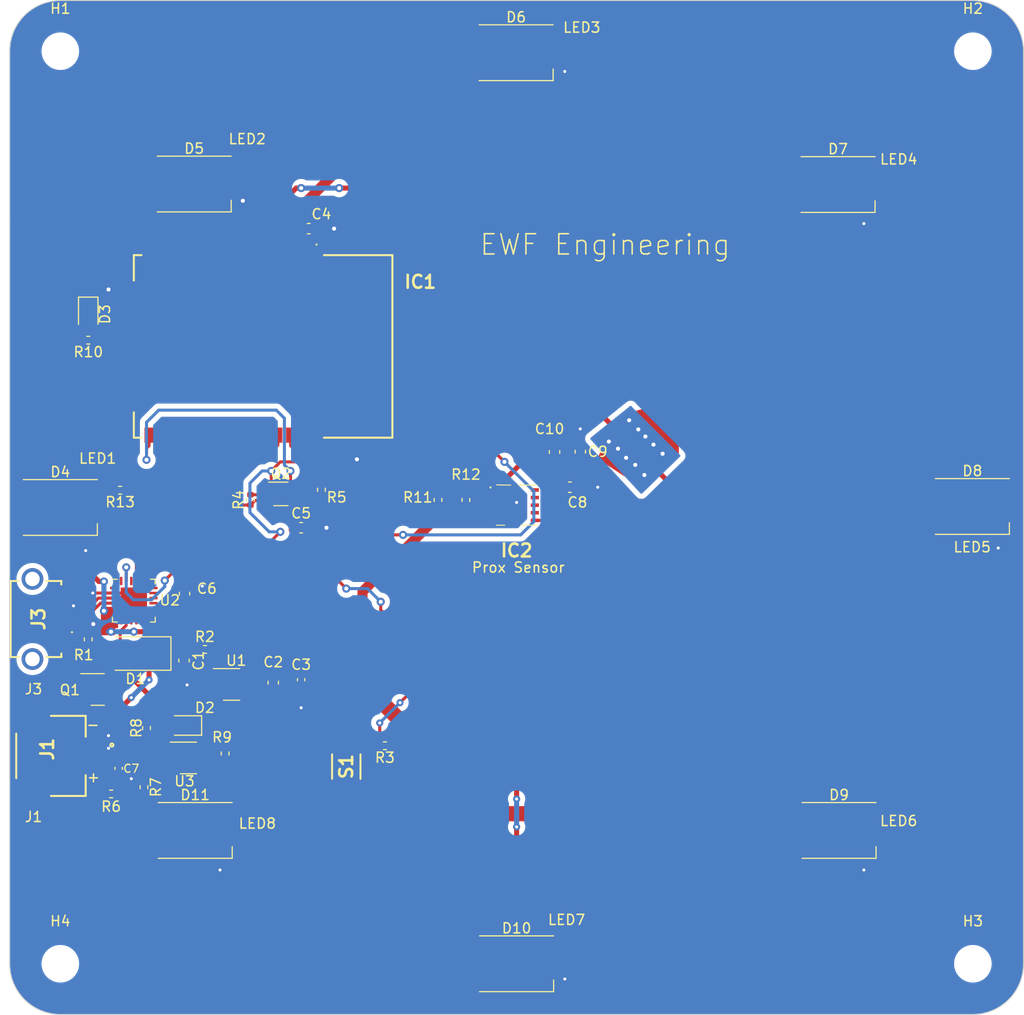
<source format=kicad_pcb>
(kicad_pcb (version 20221018) (generator pcbnew)
  (layers (0 "F.Cu" signal) (31 "B.Cu" power) (34 "B.Paste" user) (35 "F.Paste" user) (36 "B.SilkS" user "B.Silkscreen") (37 "F.SilkS" user "F.Silkscreen") (38 "B.Mask" user) (39 "F.Mask" user) (44 "Edge.Cuts" user))
  (net 0 "")
  (net 1 "Net-(D1-K)")
  (net 2 "VBUS")
  (net 3 "/VBATT")
  (net 4 "GND")
  (net 5 "Net-(U1-EN)")
  (net 7 "+3.3V")
  (net 24 "/RESET")
  (net 25 "/A4_IO36")
  (net 26 "/A3_I39")
  (net 27 "/GPIO34")
  (net 28 "/GPIO35")
  (net 29 "/GPIO32")
  (net 30 "/GPIO33")
  (net 31 "/GPIO25")
  (net 32 "/GPIO26")
  (net 33 "/GPIO27")
  (net 34 "/GPIO14")
  (net 35 "/GPIO12")
  (net 36 "/GPIO13")
  (net 37 "/GPIO15")
  (net 38 "/GPIO2")
  (net 39 "/GPIO0")
  (net 40 "/GPIO4")
  (net 41 "/GPIO16")
  (net 42 "/GPIO17")
  (net 43 "/GPIO5")
  (net 44 "/GPIO18")
  (net 45 "/GPIO19")
  (net 46 "/RXD0")
  (net 47 "/TXD0")
  (net 48 "/DTR")
  (net 49 "Net-(Q2A-B1)")
  (net 50 "/RTS")
  (net 51 "Net-(Q2B-B2)")
  (net 65 "Net-(D4-DOUT)")
  (net 66 "Net-(D4-DIN)")
  (net 67 "Net-(D5-DOUT)")
  (net 68 "Net-(D6-DOUT)")
  (net 69 "Net-(D7-DOUT)")
  (net 70 "Net-(D8-DOUT)")
  (net 71 "Net-(D10-DIN)")
  (net 72 "Net-(D10-DOUT)")
  (net 74 "/SCL")
  (net 75 "/SDA")
  (net 76 "Net-(D2-A)")
  (net 77 "Net-(U3-STAT)")
  (net 78 "Net-(U3-PROG)")
  (net 79 "Net-(D3-A)")
  (net 89 "Net-(J3-D-)")
  (net 90 "Net-(J3-D+)")
  (net 98 "/GPIO21")
  (footprint "Package_TO_SOT_SMD:SOT-23-5" (layer "F.Cu") (at 46.8875 92.45)
    (fp_text reference "U1")
    (fp_text value "AP2112-3.3" hide)
  )
  (footprint "Diode_SMD:D_0805_2012Metric" (layer "F.Cu") (at 42.25 96.5 180)
    (fp_text reference "D2")
    (fp_text value "ORNG")
  )
  (footprint "Package_TO_SOT_SMD:SOT-363_SC-70-6" (layer "F.Cu") (at 51.75 73.66)
    (fp_text reference "Q2")
    (fp_text value "MBT2222ADW1T1" hide)
  )
  (footprint "LED_SMD:LED_WS2812B_PLCC4_5.0x5.0mm_P3.2mm" (layer "F.Cu") (at 75 120)
    (fp_text reference "D10")
    (fp_text value "WS2812B" hide)
  )
  (footprint "Resistor_SMD:R_0402_1005Metric" (layer "F.Cu") (at 32.75 88 90)
    (fp_text reference "R1")
    (fp_text value "100K" hide)
  )
  (footprint "JST_2Pin_1769:1769" (layer "F.Cu") (at 32.5 99.5 -90)
    (fp_text reference "J1")
    (fp_text value "JST_2P_1769" hide)
  )
  (footprint "VCNL4010-GS08:VCNL4010GS08" (layer "F.Cu") (at 75.022 74.772 -90)
    (fp_text reference "IC2")
    (fp_text value "VCNL4010-GS08" hide)
  )
  (footprint "Resistor_SMD:R_0402_1005Metric" (layer "F.Cu") (at 38.5 96.75 -90)
    (fp_text reference "R8")
    (fp_text value "1K" hide)
  )
  (footprint "KMR231NGLFS:KMR231NGLFS" (layer "F.Cu") (at 58.2 100.55 -90)
    (fp_text reference "S1")
    (fp_text value "KMR231NGLFS" hide)
  )
  (footprint "Resistor_SMD:R_0402_1005Metric" (layer "F.Cu") (at 62.01 98.5 180)
    (fp_text reference "R3")
    (fp_text value "10K" hide)
  )
  (footprint "Capacitor_SMD:C_0603_1608Metric" (layer "F.Cu") (at 78.74 69.525 -90)
    (fp_text reference "C10")
    (fp_text value "0.1uF" hide)
  )
  (footprint "MountingHole:MountingHole_3.2mm_M3" (layer "F.Cu") (at 30 120)
    (fp_text reference "H4")
    (fp_text value "MountingHole" hide)
  )
  (footprint "LED_SMD:LED_WS2812B_PLCC4_5.0x5.0mm_P3.2mm" (layer "F.Cu") (at 43.3 106.85)
    (fp_text reference "D11")
    (fp_text value "WS2812B" hide)
  )
  (footprint "LED_SMD:LED_WS2812B_PLCC4_5.0x5.0mm_P3.2mm" (layer "F.Cu") (at 74.95 30.15)
    (fp_text reference "D6")
    (fp_text value "WS2812B" hide)
  )
  (footprint "Resistor_SMD:R_0402_1005Metric" (layer "F.Cu") (at 38.25 102.59 -90)
    (fp_text reference "R7")
    (fp_text value "100K" hide)
  )
  (footprint "MountingHole:MountingHole_3.2mm_M3" (layer "F.Cu") (at 120 30)
    (fp_text reference "H2")
    (fp_text value "MountingHole" hide)
  )
  (footprint "Capacitor_SMD:C_0603_1608Metric" (layer "F.Cu") (at 80.25 73)
    (fp_text reference "C8")
    (fp_text value "10uF" hide)
  )
  (footprint "Capacitor_SMD:C_0603_1608Metric" (layer "F.Cu") (at 51 92.275 -90)
    (fp_text reference "C2")
    (fp_text value "10uF" hide)
  )
  (footprint "Capacitor_SMD:C_0402_1005Metric" (layer "F.Cu") (at 35.75 100.73 -90)
    (fp_text reference "C7")
    (fp_text value "10uF" hide)
  )
  (footprint "Package_TO_SOT_SMD:SOT-23-5" (layer "F.Cu") (at 42.6375 99.7)
    (fp_text reference "U3")
    (fp_text value "MCP73831-2-OT" hide)
  )
  (footprint "Resistor_SMD:R_0402_1005Metric" (layer "F.Cu") (at 48.75 74.25 90)
    (fp_text reference "R4")
    (fp_text value "10K" hide)
  )
  (footprint "Resistor_SMD:R_0402_1005Metric" (layer "F.Cu") (at 35.9 73.3 180)
    (fp_text reference "R13")
    (fp_text value "470K" hide)
  )
  (footprint "Resistor_SMD:R_0402_1005Metric" (layer "F.Cu") (at 67.25 74.25 90)
    (fp_text reference "R11")
    (fp_text value "10K" hide)
  )
  (footprint "Diode_SMD:D_0805_2012Metric" (layer "F.Cu") (at 32.75 55.9375 -90)
    (fp_text reference "D3")
    (fp_text value "RED")
  )
  (footprint "MountingHole:MountingHole_3.2mm_M3" (layer "F.Cu") (at 120 120)
    (fp_text reference "H3")
    (fp_text value "MountingHole" hide)
  )
  (footprint "Diode_SMD:D_SMA" (layer "F.Cu") (at 37.4 89.4 180)
    (fp_text reference "D1")
    (fp_text value "MRA4003T3G")
  )
  (footprint "Resistor_SMD:R_0402_1005Metric" (layer "F.Cu") (at 46.25 99.26 -90)
    (fp_text reference "R9")
    (fp_text value "4.7K" hide)
  )
  (footprint "USB_B_105164:1051640001" (layer "F.Cu") (at 27.6 86 90)
    (fp_text reference "J3")
    (fp_text value "micro_usb_female_105164-0001" hide)
  )
  (footprint "LED_SMD:LED_WS2812B_PLCC4_5.0x5.0mm_P3.2mm" (layer "F.Cu") (at 43.2 43.1)
    (fp_text reference "D5")
    (fp_text value "WS2812B" hide)
  )
  (footprint "Capacitor_SMD:C_0603_1608Metric" (layer "F.Cu") (at 42.25 83.5 90)
    (fp_text reference "C6")
    (fp_text value "10uF" hide)
  )
  (footprint "ESP32_WROOM_32E_N4:ESP32WROOM32EN4" (layer "F.Cu") (at 50 59.115 -90)
    (fp_text reference "IC1")
    (fp_text value "ESP32-WROOM-32E-N4" hide)
  )
  (footprint "Capacitor_SMD:C_0402_1005Metric" (layer "F.Cu") (at 53.75 91.98 -90)
    (fp_text reference "C3")
    (fp_text value "1uF" hide)
  )
  (footprint "Capacitor_SMD:C_0603_1608Metric" (layer "F.Cu") (at 81.28 69.5 -90)
    (fp_text reference "C9")
    (fp_text value "10uF" hide)
  )
  (footprint "Capacitor_SMD:C_0603_1608Metric" (layer "F.Cu") (at 42.2 90.1 -90)
    (fp_text reference "C1")
    (fp_text value "10uF" hide)
  )
  (footprint "Package_TO_SOT_SMD:SOT-23" (layer "F.Cu") (at 33.6875 92.95)
    (fp_text reference "Q1")
    (fp_text value "DMG3415U" hide)
  )
  (footprint "Resistor_SMD:R_0402_1005Metric" (layer "F.Cu") (at 44.26 89)
    (fp_text reference "R2")
    (fp_text value "100k" hide)
  )
  (footprint "Resistor_SMD:R_0402_1005Metric" (layer "F.Cu") (at 55.75 73.25 -90)
    (fp_text reference "R5")
    (fp_text value "10K" hide)
  )
  (footprint "Resistor_SMD:R_0402_1005Metric" (layer "F.Cu") (at 70 74.25 90)
    (fp_text reference "R12")
    (fp_text value "10K" hide)
  )
  (footprint "Package_DFN_QFN:QFN-24-1EP_4x4mm_P0.5mm_EP2.6x2.6mm" (layer "F.Cu") (at 37.25 84.1875)
    (fp_text reference "U2")
    (fp_text value "CP2104" hide)
  )
  (footprint "LED_SMD:LED_WS2812B_PLCC4_5.0x5.0mm_P3.2mm" (layer "F.Cu") (at 106.8 106.85)
    (fp_text reference "D9")
    (fp_text value "WS2812B" hide)
  )
  (footprint "Resistor_SMD:R_0402_1005Metric" (layer "F.Cu") (at 35.01 103.25 180)
    (fp_text reference "R6")
    (fp_text value "100K" hide)
  )
  (footprint "MountingHole:MountingHole_3.2mm_M3" (layer "F.Cu") (at 30 30)
    (fp_text reference "H1")
    (fp_text value "MountingHole" hide)
  )
  (footprint "LED_SMD:LED_WS2812B_PLCC4_5.0x5.0mm_P3.2mm" (layer "F.Cu") (at 30 75)
    (fp_text reference "D4")
    (fp_text value "WS2812B" hide)
  )
  (footprint "LED_SMD:LED_WS2812B_PLCC4_5.0x5.0mm_P3.2mm" (layer "F.Cu") (at 106.7 43.15)
    (fp_text reference "D7")
    (fp_text value "WS2812B" hide)
  )
  (footprint "Resistor_SMD:R_0402_1005Metric" (layer "F.Cu") (at 32.76 58.5 180)
    (fp_text reference "R10")
    (fp_text value "1K" hide)
  )
  (footprint "Capacitor_SMD:C_0603_1608Metric" (layer "F.Cu") (at 53.75 77)
    (fp_text reference "C5")
    (fp_text value "1uF" hide)
  )
  (footprint "Capacitor_SMD:C_0603_1608Metric" (layer "F.Cu") (at 54.5 47.5)
    (fp_text reference "C4")
    (fp_text value "10uF" hide)
  )
  (footprint "LED_SMD:LED_WS2812B_PLCC4_5.0x5.0mm_P3.2mm" (layer "F.Cu") (at 119.95 74.9)
    (fp_text reference "D8")
    (fp_text value "WS2812B" hide)
  )
  (gr_rect (start 34.1 86.5) (end 35.3 87.5) (stroke (width 0.2)) (fill solid) (layer "F.Cu"))
  (gr_rect (start 31.3 88.4) (end 36.5 91.8) (stroke (width 0.2)) (fill solid) (layer "F.Cu"))
  (gr_rect (start 34.1 84.9) (end 35.6 86.8) (stroke (width 0.2)) (fill solid) (layer "F.Cu"))
  (gr_rect (start 35.4 85.8) (end 36 86.4) (stroke (width 0.2)) (fill solid) (layer "F.Cu"))
  (gr_line (start 125 120) (end 125 103) (stroke (width 0.1)) (layer "Edge.Cuts"))
  (gr_line (start 30 125) (end 52 125) (stroke (width 0.1)) (layer "Edge.Cuts"))
  (gr_arc (start 30 125) (mid 26.464466 123.535534) (end 25 120) (stroke (width 0.1)) (layer "Edge.Cuts"))
  (gr_line (start 25 115) (end 25 47) (stroke (width 0.1)) (layer "Edge.Cuts"))
  (gr_arc (start 125 120) (mid 123.535534 123.535534) (end 120 125) (stroke (width 0.1)) (layer "Edge.Cuts"))
  (gr_line (start 25 120) (end 25 115) (stroke (width 0.1)) (layer "Edge.Cuts"))
  (gr_line (start 120 25) (end 64 25) (stroke (width 0.1)) (layer "Edge.Cuts"))
  (gr_line (start 30 25) (end 64 25) (stroke (width 0.1)) (layer "Edge.Cuts"))
  (gr_arc (start 120 25) (mid 123.535534 26.464466) (end 125 30) (stroke (width 0.1)) (layer "Edge.Cuts"))
  (gr_line (start 120 125) (end 84 125) (stroke (width 0.1)) (layer "Edge.Cuts"))
  (gr_arc (start 25 30) (mid 26.464466 26.464466) (end 30 25) (stroke (width 0.1)) (layer "Edge.Cuts"))
  (gr_line (start 125 46) (end 125 103) (stroke (width 0.1)) (layer "Edge.Cuts"))
  (gr_line (start 125 30) (end 125 46) (stroke (width 0.1)) (layer "Edge.Cuts"))
  (gr_line (start 25 30) (end 25 47) (stroke (width 0.1)) (layer "Edge.Cuts"))
  (gr_line (start 84 125) (end 52 125) (stroke (width 0.1)) (layer "Edge.Cuts"))
  (gr_text "LED1" (at 31.75 70.75) (layer "F.SilkS") (effects (font (size 1 1)) (justify left bottom)))
  (gr_text "LED4" (at 110.75 41.25) (layer "F.SilkS") (effects (font (size 1 1)) (justify left bottom)))
  (gr_text "+" (at 32.55 102.175) (layer "F.SilkS") (effects (font (size 1 1)) (justify left bottom)))
  (gr_text "LED2" (at 46.5 39.25) (layer "F.SilkS") (effects (font (size 1 1)) (justify left bottom)))
  (gr_text "LED7" (at 78 116.25) (layer "F.SilkS") (effects (font (size 1 1)) (justify left bottom)))
  (gr_text "LED6" (at 110.75 106.5) (layer "F.SilkS") (effects (font (size 1 1)) (justify left bottom)))
  (gr_text "EWF Engineering" (at 71.25 50.25) (layer "F.SilkS") (effects (font (size 2 2)) (justify left bottom)))
  (gr_text "J3" (at 26.4 93.5) (layer "F.SilkS") (effects (font (size 1 1)) (justify left bottom)))
  (gr_text "LED8" (at 47.5 106.75) (layer "F.SilkS") (effects (font (size 1 1)) (justify left bottom)))
  (gr_text "LED5" (at 118 79.5) (layer "F.SilkS") (effects (font (size 1 1)) (justify left bottom)))
  (gr_text "J1" (at 26.4 106.1) (layer "F.SilkS") (effects (font (size 1 1)) (justify left bottom)))
  (gr_text "Prox Sensor" (at 70.5 81.5) (layer "F.SilkS") (effects (font (size 1 1)) (justify left bottom)))
  (gr_text "-\n" (at 32.5 97) (layer "F.SilkS") (effects (font (size 1 1)) (justify left bottom)))
  (gr_text "LED3" (at 79.5 28.25) (layer "F.SilkS") (effects (font (size 1 1)) (justify left bottom)))
  (segment (start 44.75 91.5) (end 43.75 90.5) (width 0.5) (layer "F.Cu") (net 1))
  (segment (start 38.75 92) (end 38.75 89.3) (width 0.5) (layer "F.Cu") (net 1))
  (segment (start 41.5 89) (end 41.25 89.25) (width 0.5) (layer "F.Cu") (net 1))
  (segment (start 45.75 91.5) (end 44.75 91.5) (width 0.5) (layer "F.Cu") (net 1))
  (segment (start 43.75 90.5) (end 43.75 89) (width 0.5) (layer "F.Cu") (net 1))
  (segment (start 38.7 89.25) (end 41.25 89.25) (width 0.5) (layer "F.Cu") (net 1))
  (segment (start 43.75 89) (end 41.5 89) (width 0.5) (layer "F.Cu") (net 1))
  (segment (start 34.35 95) (end 35.75 95) (width 0.5) (layer "F.Cu") (net 1))
  (segment (start 33.25 93.9) (end 34.35 95) (width 0.5) (layer "F.Cu") (net 1))
  (segment (start 38.75 89.3) (end 38.7 89.25) (width 0.5) (layer "F.Cu") (net 1))
  (segment (start 35.75 95) (end 37 93.75) (width 0.5) (layer "F.Cu") (net 1))
  (via (at 38.75 92) (size 0.7) (drill 0.3) (layers "F.Cu" "B.Cu") (net 1))
  (via (at 37 93.75) (size 0.7) (drill 0.3) (layers "F.Cu" "B.Cu") (net 1))
  (segment (start 37 93.75) (end 38.75 92) (width 0.5) (layer "B.Cu") (net 1))
  (segment (start 40.4375 93.75) (end 39 93.75) (width 0.5) (layer "F.Cu") (net 2))
  (segment (start 36.5 86.125) (end 36.5 86.622596) (width 0.25) (layer "F.Cu") (net 2))
  (segment (start 48.5 101.25) (end 48.5 98) (width 0.5) (layer "F.Cu") (net 2))
  (segment (start 29.91 87.3) (end 30.9 87.3) (width 0.3) (layer "F.Cu") (net 2))
  (segment (start 31.5 87.9) (end 31.5 88.5) (width 0.3) (layer "F.Cu") (net 2))
  (segment (start 35.9 87.222596) (end 35.9 89.25) (width 0.3) (layer "F.Cu") (net 2))
  (segment (start 30.9 87.3) (end 31.5 87.9) (width 0.3) (layer "F.Cu") (net 2))
  (segment (start 47 96.5) (end 43.1875 96.5) (width 0.5) (layer "F.Cu") (net 2))
  (segment (start 36.18125 90.93125) (end 39 93.75) (width 0.5) (layer "F.Cu") (net 2))
  (segment (start 48.5 98) (end 47 96.5) (width 0.5) (layer "F.Cu") (net 2))
  (segment (start 45.125 102) (end 47.75 102) (width 0.5) (layer "F.Cu") (net 2))
  (segment (start 43.775 100.65) (end 45.125 102) (width 0.5) (layer "F.Cu") (net 2))
  (segment (start 47.75 102) (end 48.5 101.25) (width 0.5) (layer "F.Cu") (net 2))
  (segment (start 43.1875 96.5) (end 40.4375 93.75) (width 0.5) (layer "F.Cu") (net 2))
  (segment (start 36.5 86.622596) (end 35.9 87.222596) (width 0.3) (layer "F.Cu") (net 2))
  (segment (start 35.75 100.25) (end 31.75 100.25) (width 0.5) (layer "F.Cu") (net 3))
  (segment (start 36.631371 100.25) (end 35.75 100.25) (width 0.5) (layer "F.Cu") (net 3))
  (segment (start 29.25 100.25) (end 31.75 100.25) (width 0.3) (layer "F.Cu") (net 3))
  (segment (start 41.5 100.65) (end 37.031371 100.65) (width 0.5) (layer "F.Cu") (net 3))
  (segment (start 32.063738 93) (end 29.25 95.813738) (width 0.3) (layer "F.Cu") (net 3))
  (segment (start 37.031371 100.65) (end 36.631371 100.25) (width 0.5) (layer "F.Cu") (net 3))
  (segment (start 29.25 95.813738) (end 29.25 100.25) (width 0.3) (layer "F.Cu") (net 3))
  (segment (start 34.4375 93) (end 32.063738 93) (width 0.3) (layer "F.Cu") (net 3))
  (segment (start 41.57 99.77) (end 41.5 99.7) (width 0.3) (layer "F.Cu") (net 4))
  (segment (start 32.75 87) (end 33.25 86.5) (width 0.3) (layer "F.Cu") (net 4))
  (segment (start 36.5 83.4375) (end 37.25 84.1875) (width 0.3) (layer "F.Cu") (net 4))
  (segment (start 81.025 73) (end 83 73) (width 0.5) (layer "F.Cu") (net 4))
  (segment (start 42.2 90.875) (end 42.2 92.2) (width 0.5) (layer "F.Cu") (net 4))
  (segment (start 56.865 67.865) (end 59.25 70.25) (width 0.3) (layer "F.Cu") (net 4))
  (segment (start 55.26 47.515) (end 55.275 47.5) (width 0.3) (layer "F.Cu") (net 4))
  (segment (start 46.25 99.77) (end 41.57 99.77) (width 0.3) (layer "F.Cu") (net 4))
  (segment (start 32.75 55) (end 33.8 55) (width 0.3) (layer "F.Cu") (net 4))
  (segment (start 32.75 87.48) (end 32.75 87) (width 0.3) (layer "F.Cu") (net 4))
  (segment (start 78.74 68.75) (end 81.255 68.75) (width 0.25) (layer "F.Cu") (net 4))
  (segment (start 34.75 54.05) (end 34.75 53.5) (width 0.3) (layer "F.Cu") (net 4))
  (segment (start 45.65 44.75) (end 48 44.75) (width 0.3) (layer "F.Cu") (net 4))
  (segment (start 33.2 83.4375) (end 33.198568 83.436068) (width 0.3) (layer "F.Cu") (net 4))
  (segment (start 37.5 53.4) (end 34.85 53.4) (width 0.3) (layer "F.Cu") (net 4))
  (segment (start 32.5625 83.4375) (end 33.2 83.4375) (width 0.3) (layer "F.Cu") (net 4))
  (segment (start 75.022 74.522) (end 75 74.5) (width 0.3) (layer "F.Cu") (net 4))
  (segment (start 52.25 94.75) (end 53.75 94.75) (width 0.5) (layer "F.Cu") (net 4))
  (segment (start 77.4 31.8) (end 79.55 31.8) (width 0.5) (layer "F.Cu") (net 4))
  (segment (start 109.25 108.5) (end 109.25 110.75) (width 0.5) (layer "F.Cu") (net 4))
  (segment (start 33.2 83.4375) (end 35.3125 83.4375) (width 0.3) (layer "F.Cu") (net 4))
  (segment (start 37.92 101.75) (end 38.25 102.08) (width 0.5) (layer "F.Cu") (net 4))
  (segment (start 81.255 68.75) (end 81.28 68.725) (width 0.25) (layer "F.Cu") (net 4))
  (segment (start 36.29 101.75) (end 35.75 101.21) (width 0.5) (layer "F.Cu") (net 4))
  (segment (start 109.15 46.9) (end 109.25 47) (width 0.5) (layer "F.Cu") (net 4))
  (segment (start 51 93.5) (end 52.25 94.75) (width 0.5) (layer "F.Cu") (net 4))
  (segment (start 55.275 47.5) (end 57 47.5) (width 0.3) (layer "F.Cu") (net 4))
  (segment (start 53.75 92.46) (end 53.75 94.75) (width 0.5) (layer "F.Cu") (net 4))
  (segment (start 55.25 94.75) (end 53.75 94.75) (width 0.5) (layer "F.Cu") (net 4))
  (segment (start 81.28 68.725) (end 81.28 67.25) (width 0.25) (layer "F.Cu") (net 4))
  (segment (start 75.022 76.544) (end 75.022 74.522) (width 0.3) (layer "F.Cu") (net 4))
  (segment (start 32.45 76.65) (end 32.45 79.2) (width 0.5) (layer "F.Cu") (net 4))
  (segment (start 31.3 84.7) (end 29.91 84.7) (width 0.3) (layer "F.Cu") (net 4))
  (segment (start 37 101.75) (end 36.29 101.75) (width 0.5) (layer "F.Cu") (net 4))
  (segment (start 109.15 44.8) (end 109.15 46.9) (width 0.5) (layer "F.Cu") (net 4))
  (segment (start 39.45 99.2) (end 39.95 99.7) (width 0.5) (layer "F.Cu") (net 4))
  (segment (start 42.25 82.725) (end 43.975 82.725) (width 0.3) (layer "F.Cu") (net 4))
  (segment (start 77.45 121.65) (end 79.6 121.65) (width 0.5) (layer "F.Cu") (net 4))
  (segment (start 122.4 78.9) (end 122.5 79) (width 0.5) (layer "F.Cu") (net 4))
  (segment (start 57.4 96.9) (end 57.4 98.5) (width 0.5) (layer "F.Cu") (net 4))
  (segment (start 51 93.05) (end 51 93.5) (width 0.5) (layer "F.Cu") (net 4))
  (segment (start 33.8 55) (end 34.75 54.05) (width 0.3) (layer "F.Cu") (net 4))
  (segment (start 36.45 99.2) (end 39.45 99.2) (width 0.5) (layer "F.Cu") (net 4))
  (segment (start 122.4 76.55) (end 122.4 78.9) (width 0.5) (layer "F.Cu") (net 4))
  (segment (start 74.847 74.347) (end 75 74.5) (width 0.3) (layer "F.Cu") (net 4))
  (segment (start 42.55 92.45) (end 42.5 92.5) (width 0.5) (layer "F.Cu") (net 4))
  (segment (start 79.6 121.65) (end 79.75 121.5) (width 0.5) (layer "F.Cu") (net 4))
  (segment (start 34.85 53.4) (end 34.75 53.5) (width 0.3) (layer "F.Cu") (net 4))
  (segment (start 55.26 67.865) (end 56.865 67.865) (width 0.3) (layer "F.Cu") (net 4))
  (segment (start 55.26 50.365) (end 55.26 47.515) (width 0.3) (layer "F.Cu") (net 4))
  (segment (start 79.55 31.8) (end 79.75 32) (width 0.5) (layer "F.Cu") (net 4))
  (segment (start 43.975 82.725) (end 44 82.75) (width 0.3) (layer "F.Cu") (net 4))
  (segment (start 45.75 108.5) (end 45.75 110.75) (width 0.5) (layer "F.Cu") (net 4))
  (segment (start 34.75 97.5) (end 36.45 99.2) (width 0.5) (layer "F.Cu") (net 4))
  (segment (start 31.3 84.7) (end 32.5625 83.4375) (width 0.3) (layer "F.Cu") (net 4))
  (segment (start 35.3125 83.4375) (end 36.5 83.4375) (width 0.3) (layer "F.Cu") (net 4))
  (segment (start 32.45 79.2) (end 32.5 79.25) (width 0.5) (layer "F.Cu") (net 4))
  (segment (start 74.847 73) (end 74.847 74.347) (width 0.3) (layer "F.Cu") (net 4))
  (segment (start 39.95 99.7) (end 41.5 99.7) (width 0.5) (layer "F.Cu") (net 4))
  (segment (start 54.525 77) (end 56.25 77) (width 0.3) (layer "F.Cu") (net 4))
  (segment (start 45.75 92.45) (end 42.55 92.45) (width 0.5) (layer "F.Cu") (net 4))
  (segment (start 42.2 92.2) (end 42.5 92.5) (width 0.5) (layer "F.Cu") (net 4))
  (segment (start 37 101.75) (end 37.92 101.75) (width 0.5) (layer "F.Cu") (net 4))
  (segment (start 55.25 94.75) (end 57.4 96.9) (width 0.5) (layer "F.Cu") (net 4))
  (via (at 83 73) (size 0.7) (drill 0.3) (layers "F.Cu" "B.Cu") (net 4))
  (via (at 44 82.75) (size 0.7) (drill 0.3) (layers "F.Cu" "B.Cu") (net 4))
  (via (at 79.75 121.5) (size 0.7) (drill 0.3) (layers "F.Cu" "B.Cu") (net 4))
  (via (at 37 101.75) (size 0.7) (drill 0.3) (layers "F.Cu" "B.Cu") (net 4))
  (via (at 57 47.5) (size 0.8) (drill 0.4) (layers "F.Cu" "B.Cu") (net 4))
  (via (at 59.25 70.25) (size 0.8) (drill 0.4) (layers "F.Cu" "B.Cu") (net 4))
  (via (at 31.3 84.7) (size 0.7) (drill 0.3) (layers "F.Cu" "B.Cu") (net 4))
  (via (at 33.198568 83.436068) (size 0.7) (drill 0.3) (layers "F.Cu" "B.Cu") (net 4))
  (via (at 34.75 97.5) (size 0.7) (drill 0.3) (layers "F.Cu" "B.Cu") (net 4))
  (via (at 79.75 32) (size 0.7) (drill 0.3) (layers "F.Cu" "B.Cu") (net 4))
  (via (at 48 44.75) (size 0.8) (drill 0.4) (layers "F.Cu" "B.Cu") (net 4))
  (via (at 109.25 110.75) (size 0.7) (drill 0.3) (layers "F.Cu" "B.Cu") (net 4))
  (via (at 34.75 53.5) (size 0.8) (drill 0.4) (layers "F.Cu" "B.Cu") (net 4))
  (via (at 122.5 79) (size 0.7) (drill 0.3) (layers "F.Cu" "B.Cu") (net 4))
  (via (at 53.75 94.75) (size 0.7) (drill 0.3) (layers "F.Cu" "B.Cu") (net 4))
  (via (at 45.75 110.75) (size 0.7) (drill 0.3) (layers "F.Cu" "B.Cu") (net 4))
  (via (at 109.25 47) (size 0.7) (drill 0.3) (layers "F.Cu" "B.Cu") (net 4))
  (via (at 33.25 86.5) (size 0.8) (drill 0.4) (layers "F.Cu" "B.Cu") (net 4))
  (via (at 32.5 79.25) (size 0.7) (drill 0.3) (layers "F.Cu" "B.Cu") (net 4))
  (via (at 42.5 92.5) (size 0.7) (drill 0.3) (layers "F.Cu" "B.Cu") (net 4))
  (via (at 81.28 67.25) (size 0.7) (drill 0.3) (layers "F.Cu" "B.Cu") (net 4))
  (via (at 34.75 98.75) (size 0.7) (drill 0.3) (layers "F.Cu" "B.Cu") (net 4))
  (via (at 75 74.5) (size 0.7) (drill 0.3) (layers "F.Cu" "B.Cu") (net 4))
  (via (at 56.25 77) (size 0.8) (drill 0.4) (layers "F.Cu" "B.Cu") (net 4))
  (segment (start 45.75 93.4) (end 46.412499 93.4) (width 0.3) (layer "F.Cu") (net 5))
  (segment (start 46.25 89) (end 44.77 89) (width 0.5) (layer "F.Cu") (net 5))
  (segment (start 46.9125 92.899999) (end 46.9125 89.6625) (width 0.5) (layer "F.Cu") (net 5))
  (segment (start 46.9125 89.6625) (end 46.25 89) (width 0.5) (layer "F.Cu") (net 5))
  (segment (start 46.412499 93.4) (end 46.9125 92.899999) (width 0.5) (layer "F.Cu") (net 5))
  (segment (start 37.25 87.25) (end 40.85 87.25) (width 0.5) (layer "F.Cu") (net 7))
  (segment (start 27.55 73.35) (end 27.55 54.65) (width 1) (layer "F.Cu") (net 7))
  (segment (start 69.25 32.75) (end 69.25 30) (width 1.5) (layer "F.Cu") (net 7))
  (segment (start 78.5 70.5) (end 75.6 70.5) (width 0.5) (layer "F.Cu") (net 7))
  (segment (start 58.297918 41.5) (end 57.6 41.5) (width 1.5) (layer "F.Cu") (net 7))
  (segment (start 72.55 113.25) (end 72.55 118.35) (width 1) (layer "F.Cu") (net 7))
  (segment (start 53.25 103.25) (end 63.25 113.25) (width 1) (layer "F.Cu") (net 7))
  (segment (start 33.8 82.3) (end 34.3 82.3) (width 0.5) (layer "F.Cu") (net 7))
  (segment (start 72.55 105.05) (end 72.55 113.25) (width 1.5) (layer "F.Cu") (net 7))
  (segment (start 63.25 113.25) (end 72.55 113.25) (width 1) (layer "F.Cu") (net 7))
  (segment (start 54 50.355) (end 54 48.6) (width 0.5) (layer "F.Cu") (net 7))
  (segment (start 63.797918 36) (end 58.297918 41.5) (width 1.5) (layer "F.Cu") (net 7))
  (segment (start 54 48.6) (end 53.725 48.325) (width 0.5) (layer "F.Cu") (net 7))
  (segment (start 85.625 70.275) (end 81.28 70.275) (width 0.5) (layer "F.Cu") (net 7))
  (segment (start 35.3125 85.1125) (end 35.3125 85.4375) (width 0.3) (layer "F.Cu") (net 7))
  (segment (start 42.25 84.275) (end 42.25 87.5) (width 0.5) (layer "F.Cu") (net 7))
  (segment (start 48.025 91.5) (end 51 91.5) (width 0.5) (layer "F.Cu") (net 7))
  (segment (start 57.6 41.5) (end 53.725 45.375) (width 1) (layer "F.Cu") (net 7))
  (segment (start 66.3 76.8) (end 59.8 83.3) (width 1) (layer "F.Cu") (net 7))
  (segment (start 95.95 59.45) (end 104 67.5) (width 1.5) (layer "F.Cu") (net 7))
  (segment (start 104 67.5) (end 104 102.4) (width 1.5) (layer "F.Cu") (net 7))
  (segment (start 62.52 98.5) (end 66 98.5) (width 0.3) (layer "F.Cu") (net 7))
  (segment (start 104.25 41.5) (end 78 41.5) (width 1) (layer "F.Cu") (net 7))
  (segment (start 79.25 74.75) (end 79.25 71.25) (width 0.5) (layer "F.Cu") (net 7))
  (segment (start 104.35 102.75) (end 104.35 105.2) (width 1) (layer "F.Cu") (net 7))
  (segment (start 72.5 36) (end 69.25 32.75) (width 1.5) (layer "F.Cu") (net 7))
  (segment (start 66.3 74) (end 66.3 76.8) (width 0.5) (layer "F.Cu") (net 7))
  (segment (start 56.5 89) (end 66 98.5) (width 1.5) (layer "F.Cu") (net 7))
  (segment (start 72.5 36) (end 63.797918 36) (width 1.5) (layer "F.Cu") (net 7))
  (segment (start 104 102.4) (end 104.35 102.75) (width 1.5) (layer "F.Cu") (net 7))
  (segment (start 35.3125 86.6875) (end 34.75 87.25) (width 0.5) (layer "F.Cu") (net 7))
  (segment (start 78.765 70.275) (end 78.74 70.3) (width 0.25) (layer "F.Cu") (net 7))
  (segment (start 35.9 86.025) (end 35.9 86.1) (width 0.3) (layer "F.Cu") (net 7))
  (segment (start 42.25 87.5) (end 51.25 87.5) (width 0.5) (layer "F.Cu") (net 7))
  (segment (start 35.5 85.9375) (end 35.7875 85.9375) (width 0.5) (layer "F.Cu") (net 7))
  (segment (start 35.3125 85.4375) (end 35.3125 85.7) (width 0.5) (layer "F.Cu") (net 7))
  (segment (start 70.468 73.272) (end 70 73.74) (width 0.3) (layer "F.Cu") (net 7))
  (segment (start 53.99 50.365) (end 54 50.355) (width 0.3) (layer "F.Cu") (net 7))
  (segment (start 67.25 73.74) (end 66.56 73.74) (width 0.5) (layer "F.Cu") (net 7))
  (segment (start 40.85 105.2) (end 42.8 103.25) (width 1) (layer "F.Cu") (net 7))
  (segment (start 73.25 73.272) (end 70.468 73.272) (width 0.3) (layer "F.Cu") (net 7))
  (segment (start 35.3125 85.7) (end 35.3125 86.1) (width 0.5) (layer "F.Cu") (net 7))
  (segment (start 66 98.5) (end 72.55 105.05) (width 1.5) (layer "F.Cu") (net 7))
  (segment (start 104 67.5) (end 117.5 67.5) (width 1.5) (layer "F.Cu") (net 7))
  (segment (start 27.55 54.65) (end 40.75 41.45) (width 1) (layer "F.Cu") (net 7))
  (segment (start 66.56 73.74) (end 66.3 74) (width 0.5) (layer "F.Cu") (net 7))
  (segment (start 59.8 84.5) (end 58.3 86) (width 1.5) (layer "F.Cu") (net 7))
  (segment (start 76.794 76.272) (end 77.728 76.272) (width 0.3) (layer "F.Cu") (net 7))
  (segment (start 53.725 45.375) (end 53.725 47.5) (width 1) (layer "F.Cu") (net 7))
  (segment (start 31 79.5) (end 33.8 82.3) (width 0.5) (layer "F.Cu") (net 7))
  (segment (start 35.3125 85.7) (end 35.5 85.8875) (width 0.5) (layer "F.Cu") (net 7))
  (segment (start 34.3 85.2) (end 35.075 85.2) (width 0.5) (layer "F.Cu") (net 7))
  (segment (start 35.3 85.1) (end 35.3125 85.1125) (width 0.3) (layer "F.Cu") (net 7))
  (segment (start 75.6 70.5) (end 73.25 72.85) (width 0.5) (layer "F.Cu") (net 7))
  (segment (start 79.25 71.25) (end 78.5 70.5) (width 0.5) (layer "F.Cu") (net 7))
  (segment (start 77.728 76.272) (end 79.25 74.75) (width 0.5) (layer "F.Cu") (net 7))
  (segment (start 56 89) (end 56.5 89) (width 0.5) (layer "F.Cu") (net 7))
  (segment (start 58.3 86) (end 55.75 86) (width 1.5) (layer "F.Cu") (net 7))
  (segment (start 41.1 87.5) (end 42.25 87.5) (width 0.5) (layer "F.Cu") (net 7))
  (segment (start 59.8 83.3) (end 59.8 84.5) (width 1) (layer "F.Cu") (net 7))
  (segment (start 73.25 72.85) (end 73.25 73.272) (width 0.5) (layer "F.Cu") (net 7))
  (segment (start 26 79.25) (end 26.25 79.5) (width 1) (layer "F.Cu") (net 7))
  (segment (start 72.7 105.2) (end 72.55 105.05) (width 0.3) (layer "F.Cu") (net 7))
  (segment (start 53.725 48.325) (end 53.725 47.5) (width 0.5) (layer "F.Cu") (net 7))
  (segment (start 35.5 85.8875) (end 35.5 85.9375) (width 0.5) (layer "F.Cu") (net 7))
  (segment (start 26 74) (end 26 79.25) (width 1) (layer "F.Cu") (net 7))
  (segment (start 40.85 87.25) (end 41.1 87.5) (width 0.5) (layer "F.Cu") (net 7))
  (segment (start 35.3125 86.1) (end 35.3125 86.6875) (width 0.5) (layer "F.Cu") (net 7))
  (segment (start 70.75 28.5) (end 72.5 28.5) (width 1) (layer "F.Cu") (net 7))
  (segment (start 35.075 85.2) (end 35.3125 85.4375) (width 0.5) (layer "F.Cu") (net 7))
  (segment (start 117.5 73.25) (end 117.5 67.5) (width 1) (layer "F.Cu") (net 7))
  (segment (start 26.25 79.5) (end 31 79.5) (width 1) (layer "F.Cu") (net 7))
  (segment (start 104 100.5) (end 99.3 105.2) (width 1.5) (layer "F.Cu") (net 7))
  (segment (start 85.8 70.1) (end 85.625 70.275) (width 0.5) (layer "F.Cu") (net 7))
  (segment (start 78 41.5) (end 72.5 36) (width 1.5) (layer "F.Cu") (net 7))
  (segment (start 69.25 30) (end 70.75 28.5) (width 1.5) (layer "F.Cu") (net 7))
  (segment (start 95.95 59.45) (end 90.05 65.35) (width 1.5) (layer "F.Cu") (net 7))
  (segment (start 99.3 105.2) (end 72.7 105.2) (width 1.5) (layer "F.Cu") (net 7))
  (segment (start 26.65 73.35) (end 26 74) (width 0.5) (layer "F.Cu") (net 7))
  (segment (start 81.28 70.275) (end 78.765 70.275) (width 0.5) (layer "F.Cu") (net 7))
  (segment (start 35.3125 85.4375) (end 35.9 86.025) (width 0.3) (layer "F.Cu") (net 7))
  (segment (start 42.8 103.25) (end 53.25 103.25) (width 1) (layer "F.Cu") (net 7))
  (segment (start 27.55 73.35) (end 26.65 73.35) (width 0.5) (layer "F.Cu") (net 7))
  (segment (start 78 41.5) (end 95.95 59.45) (width 1.5) (layer "F.Cu") (net 7))
  (segment (start 53.75 91.5) (end 51 91.5) (width 0.5) (layer "F.Cu") (net 7))
  (via (at 87.6 71.8) (size 0.8) (drill 0.4) (layers "F.Cu" "B.Cu") (net 7))
  (via (at 85 69.2) (size 0.8) (drill 0.4) (layers "F.Cu" "B.Cu") (net 7))
  (via (at 87.7 68) (size 0.8) (drill 0.4) (layers "F.Cu" "B.Cu") (net 7))
  (via (at 37.25 87.25) (size 0.8) (drill 0.4) (layers "F.Cu" "B.Cu") (net 7))
  (via (at 34.3 82.3) (size 0.8) (drill 0.4) (layers "F.Cu" "B.Cu") (net 7))
  (via (at 84.1 68.5) (size 0.8) (drill 0.4) (layers "F.Cu" "B.Cu") (net 7))
  (via (at 86.7 70.8) (size 0.8) (drill 0.4) (layers "F.Cu" "B.Cu") (net 7))
  (via (at 89.4 69.7) (size 0.8) (drill 0.4) (layers "F.Cu" "B.Cu") (net 7))
  (via (at 34.3 85.2) (size 0.8) (drill 0.4) (layers "F.Cu" "B.Cu") (net 7))
  (via (at 35 87.25) (size 0.8) (drill 0.4) (layers "F.Cu" "B.Cu") (net 7))
  (via (at 85.8 70.1) (size 0.8) (drill 0.4) (layers "F.Cu" "B.Cu") (net 7))
  (via (at 88.5 68.8) (size 0.8) (drill 0.4) (layers "F.Cu" "B.Cu") (net 7))
  (via (at 86.1 66.4) (size 0.8) (drill 0.4) (layers "F.Cu" "B.Cu") (net 7))
  (via (at 87 67.3) (size 0.8) (drill 0.4) (layers "F.Cu" "B.Cu") (net 7))
  (segment (start 34.3 85.2) (end 34.3 82.3) (width 0.5) (layer "B.Cu") (net 7))
  (segment (start 34.75 87.25) (end 37.25 87.25) (width 0.5) (layer "B.Cu") (net 7))
  (segment (start 52.7 74.31) (end 52.7 75.8) (width 0.3) (layer "F.Cu") (net 24))
  (segment (start 61.5 98.5) (end 61.5 96.25) (width 0.3) (layer "F.Cu") (net 24))
  (segment (start 52.7 75.8) (end 52.975 76.075) (width 0.3) (layer "F.Cu") (net 24))
  (segment (start 52.975 77.775) (end 52.975 77) (width 0.3) (layer "F.Cu") (net 24))
  (segment (start 52.72 52.72) (end 52.72 50.365) (width 0.3) (layer "F.Cu") (net 24))
  (segment (start 58.2 83) (end 52.975 77.775) (width 0.3) (layer "F.Cu") (net 24))
  (segment (start 52.975 76.075) (end 52.975 77) (width 0.3) (layer "F.Cu") (net 24))
  (segment (start 66.5 90) (end 66.5 91.25) (width 0.3) (layer "F.Cu") (net 24))
  (segment (start 66.25 62.95) (end 62.95 62.95) (width 0.3) (layer "F.Cu") (net 24))
  (segment (start 61.6 84.3) (end 61.6 85.1) (width 0.3) (layer "F.Cu") (net 24))
  (segment (start 73.8 70.5) (end 66.25 62.95) (width 0.3) (layer "F.Cu") (net 24))
  (segment (start 66.5 91.25) (end 63.5 94.25) (width 0.3) (layer "F.Cu") (net 24))
  (segment (start 58.75 75.25) (end 53.8 75.25) (width 0.3) (layer "F.Cu") (net 24))
  (segment (start 61.2 77.7) (end 58.75 75.25) (width 0.3) (layer "F.Cu") (net 24))
  (segment (start 61.5 98.5) (end 59 98.5) (width 0.3) (layer "F.Cu") (net 24))
  (segment (start 63.8 77.7) (end 61.2 77.7) (width 0.3) (layer "F.Cu") (net 24))
  (segment (start 61.6 85.1) (end 66.5 90) (width 0.3) (layer "F.Cu") (net 24))
  (segment (start 62.95 62.95) (end 52.72 52.72) (width 0.3) (layer "F.Cu") (net 24))
  (segment (start 53.8 75.25) (end 52.975 76.075) (width 0.3) (layer "F.Cu") (net 24))
  (via (at 61.5 96.25) (size 0.7) (drill 0.3) (layers "F.Cu" "B.Cu") (net 24))
  (via (at 63.5 94.25) (size 0.7) (drill 0.3) (layers "F.Cu" "B.Cu") (net 24))
  (via (at 61.6 84.3) (size 0.8) (drill 0.4) (layers "F.Cu" "B.Cu") (net 24))
  (via (at 63.8 77.7) (size 0.8) (drill 0.4) (layers "F.Cu" "B.Cu") (net 24))
  (via (at 73.8 70.5) (size 0.8) (drill 0.4) (layers "F.Cu" "B.Cu") (net 24))
  (via (at 58.2 83) (size 0.8) (drill 0.4) (layers "F.Cu" "B.Cu") (net 24))
  (segment (start 76.7 76.4) (end 76.7 73.4) (width 0.3) (layer "B.Cu") (net 24))
  (segment (start 61.5 96.25) (end 63.5 94.25) (width 0.3) (layer "B.Cu") (net 24))
  (segment (start 58.2 83) (end 60.3 83) (width 0.3) (layer "B.Cu") (net 24))
  (segment (start 75.4 77.7) (end 76.7 76.4) (width 0.3) (layer "B.Cu") (net 24))
  (segment (start 76.7 73.4) (end 73.8 70.5) (width 0.3) (layer "B.Cu") (net 24))
  (segment (start 60.3 83) (end 61.6 84.3) (width 0.3) (layer "B.Cu") (net 24))
  (segment (start 63.8 77.7) (end 75.4 77.7) (width 0.3) (layer "B.Cu") (net 24))
  (segment (start 53.75 43.5) (end 53.255 43.5) (width 0.5) (layer "F.Cu") (net 28))
  (segment (start 89.7 72.2) (end 89.7 75.4) (width 0.5) (layer "F.Cu") (net 28))
  (segment (start 50.5 123.5) (end 73.7 123.5) (width 0.5) (layer "F.Cu") (net 28))
  (segment (start 75 90.1) (end 75 103.75) (width 0.5) (layer "F.Cu") (net 28))
  (segment (start 47.64 49.115) (end 47.64 50.365) (width 0.5) (layer "F.Cu") (net 28))
  (segment (start 38.1 103.25) (end 38.25 103.1) (width 0.5) (layer "F.Cu") (net 28))
  (segment (start 75 122.2) (end 75 106.5) (width 0.5) (layer "F.Cu") (net 28))
  (segment (start 57.5 43.5) (end 61 43.5) (width 0.5) (layer "F.Cu") (net 28))
  (segment (start 73.7 123.5) (end 75 122.2) (width 0.5) (layer "F.Cu") (net 28))
  (segment (start 38.25 111.25) (end 50.5 123.5) (width 0.5) (layer "F.Cu") (net 28))
  (segment (start 61 43.5) (end 89.7 72.2) (width 0.5) (layer "F.Cu") (net 28))
  (segment (start 89.7 75.4) (end 75 90.1) (width 0.5) (layer "F.Cu") (net 28))
  (segment (start 53.255 43.5) (end 47.64 49.115) (width 0.5) (layer "F.Cu") (net 28))
  (segment (start 38.25 103.1) (end 38.25 111.25) (width 0.5) (layer "F.Cu") (net 28))
  (segment (start 35.51 103.25) (end 38.1 103.25) (width 0.5) (layer "F.Cu") (net 28))
  (via (at 57.5 43.5) (size 0.8) (drill 0.4) (layers "F.Cu" "B.Cu") (net 28))
  (via (at 53.75 43.5) (size 0.8) (drill 0.4) (layers "F.Cu" "B.Cu") (net 28))
  (via (at 75 106.5) (size 0.7) (drill 0.3) (layers "F.Cu" "B.Cu") (net 28))
  (via (at 75 103.75) (size 0.7) (drill 0.3) (layers "F.Cu" "B.Cu") (net 28))
  (segment (start 57.5 43.5) (end 53.75 43.5) (width 0.5) (layer "B.Cu") (net 28))
  (segment (start 75 106.5) (end 75 103.75) (width 0.5) (layer "B.Cu") (net 28))
  (segment (start 33.27 58.5) (end 33.27 57.93) (width 0.3) (layer "F.Cu") (net 36))
  (segment (start 33.27 57.93) (end 36.53 54.67) (width 0.3) (layer "F.Cu") (net 36))
  (segment (start 36.53 54.67) (end 37.5 54.67) (width 0.3) (layer "F.Cu") (net 36))
  (segment (start 38.5 70.3) (end 38.5 69.165) (width 0.3) (layer "F.Cu") (net 39))
  (segment (start 38.75 68.915) (end 38.75 67.865) (width 0.3) (layer "F.Cu") (net 39))
  (segment (start 38.5 69.165) (end 38.75 68.915) (width 0.3) (layer "F.Cu") (net 39))
  (segment (start 52.7 71.4) (end 52.7 73.01) (width 0.3) (layer "F.Cu") (net 39))
  (via (at 52.7 71.4) (size 0.8) (drill 0.4) (layers "F.Cu" "B.Cu") (net 39))
  (via (at 38.5 70.3) (size 0.8) (drill 0.4) (layers "F.Cu" "B.Cu") (net 39))
  (segment (start 52.1 70.8) (end 52.1 66.2) (width 0.3) (layer "B.Cu") (net 39))
  (segment (start 38.5 66.6) (end 38.5 70.3) (width 0.3) (layer "B.Cu") (net 39))
  (segment (start 52.7 71.4) (end 52.1 70.8) (width 0.3) (layer "B.Cu") (net 39))
  (segment (start 51.3 65.4) (end 39.7 65.4) (width 0.3) (layer "B.Cu") (net 39))
  (segment (start 52.1 66.2) (end 51.3 65.4) (width 0.3) (layer "B.Cu") (net 39))
  (segment (start 39.7 65.4) (end 38.5 66.6) (width 0.3) (layer "B.Cu") (net 39))
  (segment (start 36.41 73.3) (end 40.2005 73.3) (width 0.3) (layer "F.Cu") (net 43))
  (segment (start 43.5 70.0005) (end 43.8 69.7005) (width 0.3) (layer "F.Cu") (net 43))
  (segment (start 40.2005 73.3) (end 43.60025 69.90025) (width 0.3) (layer "F.Cu") (net 43))
  (segment (start 43.8 67.895) (end 43.83 67.865) (width 0.3) (layer "F.Cu") (net 43))
  (segment (start 43.8 69.7005) (end 43.8 67.895) (width 0.3) (layer "F.Cu") (net 43))
  (segment (start 48.435 68.965) (end 49.71 68.965) (width 0.3) (layer "F.Cu") (net 46))
  (segment (start 37.5 79.9) (end 48.435 68.965) (width 0.3) (layer "F.Cu") (net 46))
  (segment (start 37.5 82.25) (end 37.5 79.9) (width 0.3) (layer "F.Cu") (net 46))
  (segment (start 49.71 68.965) (end 50.18 68.495) (width 0.3) (layer "F.Cu") (net 46))
  (segment (start 50.18 68.495) (end 50.18 67.865) (width 0.3) (layer "F.Cu") (net 46))
  (segment (start 51.45 67.865) (end 51.45 68.85) (width 0.3) (layer "F.Cu") (net 47))
  (segment (start 38 81.499293) (end 38 82.25) (width 0.3) (layer "F.Cu") (net 47))
  (segment (start 49.899293 69.6) (end 38 81.499293) (width 0.3) (layer "F.Cu") (net 47))
  (segment (start 50.7 69.6) (end 49.899293 69.6) (width 0.3) (layer "F.Cu") (net 47))
  (segment (start 51.45 68.85) (end 50.7 69.6) (width 0.3) (layer "F.Cu") (net 47))
  (segment (start 41.8 80.7) (end 40.3 82.2) (width 0.3) (layer "F.Cu") (net 48))
  (segment (start 50.8 71.4) (end 50.8 73.01) (width 0.3) (layer "F.Cu") (net 48))
  (segment (start 51.7 70.5) (end 53.51 70.5) (width 0.3) (layer "F.Cu") (net 48))
  (segment (start 53.51 70.5) (end 55.75 72.74) (width 0.3) (layer "F.Cu") (net 48))
  (segment (start 48.4 80.7) (end 41.8 80.7) (width 0.3) (layer "F.Cu") (net 48))
  (segment (start 36.5 80.9) (end 36.5 82.25) (width 0.3) (layer "F.Cu") (net 48))
  (segment (start 50.8 71.4) (end 51.7 70.5) (width 0.3) (layer "F.Cu") (net 48))
  (segment (start 51.7 77.4) (end 48.4 80.7) (width 0.3) (layer "F.Cu") (net 48))
  (via (at 50.8 71.4) (size 0.8) (drill 0.4) (layers "F.Cu" "B.Cu") (net 48))
  (via (at 51.7 77.4) (size 0.8) (drill 0.4) (layers "F.Cu" "B.Cu") (net 48))
  (via (at 40.3 82.2) (size 0.8) (drill 0.4) (layers "F.Cu" "B.Cu") (net 48))
  (via (at 36.5 80.9) (size 0.8) (drill 0.4) (layers "F.Cu" "B.Cu") (net 48))
  (segment (start 37.2 84.1) (end 36.5 83.4) (width 0.3) (layer "B.Cu") (net 48))
  (segment (start 50.6 77.4) (end 51.7 77.4) (width 0.3) (layer "B.Cu") (net 48))
  (segment (start 50.8 71.4) (end 49.9 71.4) (width 0.3) (layer "B.Cu") (net 48))
  (segment (start 40.3 82.2) (end 40.3 82.8) (width 0.3) (layer "B.Cu") (net 48))
  (segment (start 36.5 83.4) (end 36.5 80.9) (width 0.3) (layer "B.Cu") (net 48))
  (segment (start 48.7 72.6) (end 48.7 75.5) (width 0.3) (layer "B.Cu") (net 48))
  (segment (start 49.9 71.4) (end 48.7 72.6) (width 0.3) (layer "B.Cu") (net 48))
  (segment (start 39 84.1) (end 37.2 84.1) (width 0.3) (layer "B.Cu") (net 48))
  (segment (start 48.7 75.5) (end 50.6 77.4) (width 0.3) (layer "B.Cu") (net 48))
  (segment (start 40.3 82.8) (end 39 84.1) (width 0.3) (layer "B.Cu") (net 48))
  (segment (start 48.75 73.74) (end 50.72 73.74) (width 0.3) (layer "F.Cu") (net 49))
  (segment (start 50.72 73.74) (end 50.8 73.66) (width 0.3) (layer "F.Cu") (net 49))
  (segment (start 49.2 74.31) (end 48.75 74.76) (width 0.3) (layer "F.Cu") (net 50))
  (segment (start 38.5 81.975) (end 38.5 82.25) (width 0.3) (layer "F.Cu") (net 50))
  (segment (start 39.275 81.2) (end 38.5 81.975) (width 0.3) (layer "F.Cu") (net 50))
  (segment (start 40 81.2) (end 39.275 81.2) (width 0.3) (layer "F.Cu") (net 50))
  (segment (start 50.8 74.31) (end 49.2 74.31) (width 0.3) (layer "F.Cu") (net 50))
  (segment (start 48.75 74.76) (end 46.44 74.76) (width 0.3) (layer "F.Cu") (net 50))
  (segment (start 46.44 74.76) (end 40 81.2) (width 0.3) (layer "F.Cu") (net 50))
  (segment (start 52.8 73.76) (end 52.7 73.66) (width 0.3) (layer "F.Cu") (net 51))
  (segment (start 55.75 73.76) (end 52.8 73.76) (width 0.3) (layer "F.Cu") (net 51))
  (segment (start 30.25 72.75) (end 30.25 54.516056) (width 0.3) (layer "F.Cu") (net 65))
  (segment (start 45.65 42.2) (end 45.65 41.45) (width 0.3) (layer "F.Cu") (net 65))
  (segment (start 27.55 75.45) (end 30.25 72.75) (width 0.3) (layer "F.Cu") (net 65))
  (segment (start 30.25 54.516056) (end 37.266056 47.5) (width 0.3) (layer "F.Cu") (net 65))
  (segment (start 27.55 76.65) (end 27.55 75.45) (width 0.3) (layer "F.Cu") (net 65))
  (segment (start 40.35 47.5) (end 45.65 42.2) (width 0.3) (layer "F.Cu") (net 65))
  (segment (start 37.266056 47.5) (end 40.35 47.5) (width 0.3) (layer "F.Cu") (net 65))
  (segment (start 35.39 73.3) (end 32.5 73.3) (width 0.3) (layer "F.Cu") (net 66))
  (segment (start 32.5 73.3) (end 32.45 73.35) (width 0.3) (layer "F.Cu") (net 66))
  (segment (start 76.5 26.5) (end 56 26.5) (width 0.3) (layer "F.Cu") (net 67))
  (segment (start 40.75 44.25) (end 40.75 44.75) (width 0.3) (layer "F.Cu") (net 67))
  (segment (start 43.25 41.75) (end 40.75 44.25) (width 0.3) (layer "F.Cu") (net 67))
  (segment (start 77.4 28.5) (end 77.4 27.4) (width 0.3) (layer "F.Cu") (net 67))
  (segment (start 43.25 39.25) (end 43.25 41.75) (width 0.3) (layer "F.Cu") (net 67))
  (segment (start 56 26.5) (end 43.25 39.25) (width 0.3) (layer "F.Cu") (net 67))
  (segment (start 77.4 27.4) (end 76.5 26.5) (width 0.3) (layer "F.Cu") (net 67))
  (segment (start 72.5 31.8) (end 72.5 31.1) (width 0.3) (layer "F.Cu") (net 68))
  (segment (start 109.15 40.35) (end 109.15 41.5) (width 0.3) (layer "F.Cu") (net 68))
  (segment (start 99.05 30.25) (end 109.15 40.35) (width 0.3) (layer "F.Cu") (net 68))
  (segment (start 73.35 30.25) (end 99.05 30.25) (width 0.3) (layer "F.Cu") (net 68))
  (segment (start 72.5 31.1) (end 73.35 30.25) (width 0.3) (layer "F.Cu") (net 68))
  (segment (start 122.4 66.9) (end 122.4 73.25) (width 0.3) (layer "F.Cu") (net 69))
  (segment (start 104.25 44.8) (end 104.25 48.75) (width 0.3) (layer "F.Cu") (net 69))
  (segment (start 104.25 48.75) (end 122.4 66.9) (width 0.3) (layer "F.Cu") (net 69))
  (segment (start 109.25 104.35) (end 109.25 105.2) (width 0.3) (layer "F.Cu") (net 70))
  (segment (start 117.5 76.55) (end 117.5 96.1) (width 0.3) (layer "F.Cu") (net 70))
  (segment (start 117.5 96.1) (end 109.25 104.35) (width 0.3) (layer "F.Cu") (net 70))
  (segment (start 77.45 118.35) (end 95.45 118.35) (width 0.3) (layer "F.Cu") (net 71))
  (segment (start 104.35 109.45) (end 104.35 108.5) (width 0.3) (layer "F.Cu") (net 71))
  (segment (start 95.45 118.35) (end 104.35 109.45) (width 0.3) (layer "F.Cu") (net 71))
  (segment (start 45.75 106.15) (end 44.2 107.7) (width 0.3) (layer "F.Cu") (net 72))
  (segment (start 45.75 105.2) (end 45.75 106.15) (width 0.3) (layer "F.Cu") (net 72))
  (segment (start 44.2 112.7) (end 53.15 121.65) (width 0.3) (layer "F.Cu") (net 72))
  (segment (start 44.2 107.7) (end 44.2 112.7) (width 0.3) (layer "F.Cu") (net 72))
  (segment (start 53.15 121.65) (end 72.55 121.65) (width 0.3) (layer "F.Cu") (net 72))
  (segment (start 67.772 76.272) (end 67.25 75.75) (width 0.3) (layer "F.Cu") (net 74))
  (segment (start 67.9 72.9) (end 68.3 73.3) (width 0.3) (layer "F.Cu") (net 74))
  (segment (start 68.3 74.3) (end 67.84 74.76) (width 0.3) (layer "F.Cu") (net 74))
  (segment (start 52.72 67.865) (end 52.72 68.915) (width 0.3) (layer "F.Cu") (net 74))
  (segment (start 73.25 76.272) (end 67.772 76.272) (width 0.3) (layer "F.Cu") (net 74))
  (segment (start 53.805 70) (end 54.4 70) (width 0.3) (layer "F.Cu") (net 74))
  (segment (start 68.3 73.3) (end 68.3 74.3) (width 0.3) (layer "F.Cu") (net 74))
  (segment (start 67.84 74.76) (end 67.25 74.76) (width 0.3) (layer "F.Cu") (net 74))
  (segment (start 57.3 72.9) (end 67.9 72.9) (width 0.3) (layer "F.Cu") (net 74))
  (segment (start 67.25 75.75) (end 67.25 74.76) (width 0.3) (layer "F.Cu") (net 74))
  (segment (start 54.4 70) (end 57.3 72.9) (width 0.3) (layer "F.Cu") (net 74))
  (segment (start 52.72 68.915) (end 53.805 70) (width 0.3) (layer "F.Cu") (net 74))
  (segment (start 71.522 75.522) (end 70.76 74.76) (width 0.3) (layer "F.Cu") (net 75))
  (segment (start 68.6 72) (end 69.2 72.6) (width 0.3) (layer "F.Cu") (net 75))
  (segment (start 70.76 74.76) (end 70 74.76) (width 0.3) (layer "F.Cu") (net 75))
  (segment (start 73.25 75.522) (end 71.522 75.522) (width 0.3) (layer "F.Cu") (net 75))
  (segment (start 53.99 67.865) (end 53.99 68.915) (width 0.3) (layer "F.Cu") (net 75))
  (segment (start 53.99 68.915) (end 54.275 69.2) (width 0.3) (layer "F.Cu") (net 75))
  (segment (start 55.45 69.2) (end 58.25 72) (width 0.3) (layer "F.Cu") (net 75))
  (segment (start 54.275 69.2) (end 55.45 69.2) (width 0.3) (layer "F.Cu") (net 75))
  (segment (start 69.51 74.76) (end 70 74.76) (width 0.3) (layer "F.Cu") (net 75))
  (segment (start 58.25 72) (end 68.6 72) (width 0.3) (layer "F.Cu") (net 75))
  (segment (start 69.2 74.45) (end 69.51 74.76) (width 0.3) (layer "F.Cu") (net 75))
  (segment (start 69.2 72.6) (end 69.2 74.45) (width 0.3) (layer "F.Cu") (net 75))
  (segment (start 41.0525 96.24) (end 41.3125 96.5) (width 0.5) (layer "F.Cu") (net 76))
  (segment (start 38.5 96.24) (end 41.0525 96.24) (width 0.5) (layer "F.Cu") (net 76))
  (segment (start 39.01 97.26) (end 40.5 98.75) (width 0.5) (layer "F.Cu") (net 77))
  (segment (start 38.5 97.26) (end 39.01 97.26) (width 0.5) (layer "F.Cu") (net 77))
  (segment (start 40.5 98.75) (end 41.5 98.75) (width 0.5) (layer "F.Cu") (net 77))
  (segment (start 46.25 98.75) (end 43.775 98.75) (width 0.3) (layer "F.Cu") (net 78))
  (segment (start 32.75 57.55) (end 32.25 58.05) (width 0.3) (layer "F.Cu") (net 79))
  (segment (start 32.25 58.05) (end 32.25 58.5) (width 0.3) (layer "F.Cu") (net 79))
  (segment (start 32.75 56.875) (end 32.75 57.55) (width 0.3) (layer "F.Cu") (net 79))
  (segment (start 33.964904 84.4375) (end 31.752404 86.65) (width 0.3) (layer "F.Cu") (net 89))
  (segment (start 31.752404 86.65) (end 29.91 86.65) (width 0.3) (layer "F.Cu") (net 89))
  (segment (start 35.3125 84.4375) (end 33.964904 84.4375) (width 0.3) (layer "F.Cu") (net 89))
  (segment (start 31.695298 86) (end 33.757798 83.9375) (width 0.3) (layer "F.Cu") (net 90))
  (segment (start 31.695298 86) (end 29.91 86) (width 0.3) (layer "F.Cu") (net 90))
  (segment (start 33.757798 83.9375) (end 35.3125 83.9375) (width 0.3) (layer "F.Cu") (net 90))
  (zone (net 4) (net_name "GND") (layer "F.Cu") (priority 2) (connect_pads (clearance 0.5)) (min_thickness 0.25) (fill yes (thermal_gap 0.5) (thermal_bridge_width 0.5))
    (polygon (pts (xy 29.75 99) (xy 35 99) (xy 35 97) (xy 29.75 97)))
  )
  (zone (net 7) (net_name "+3.3V") (layer "F.Cu") (priority 5) (connect_pads (clearance 0)) (min_thickness 0.25) (fill yes (thermal_gap 0.5) (thermal_bridge_width 0.5))
    (polygon (pts (xy 83.9 67.7) (xy 88.2 71.7) (xy 88.2 72.7) (xy 86.8 72.7) (xy 83 70.2)))
  )
  (zone (net 7) (net_name "+3.3V") (layer "F.Cu") (priority 3) (connect_pads (clearance 0.5)) (min_thickness 0.25) (fill yes (thermal_gap 0.5) (thermal_bridge_width 0.5))
    (polygon (pts (xy 56.75 84.75) (xy 49.75 84.75) (xy 49.75 91.5) (xy 56.75 91.5) (xy 56.75 90.75)))
  )
  (zone (net 7) (net_name "+3.3V") (layer "F.Cu") (priority 6) (connect_pads (clearance 0)) (min_thickness 0.25) (fill yes (thermal_gap 0.5) (thermal_bridge_width 0.5))
    (polygon (pts (xy 85 66) (xy 90 71) (xy 91 70) (xy 91 65.3) (xy 90 64.5)))
  )
  (zone (net 3) (net_name "/VBATT") (layer "F.Cu") (priority 1) (connect_pads (clearance 0.5)) (min_thickness 0.25) (fill yes (thermal_gap 0.5) (thermal_bridge_width 0.5))
    (polygon (pts (xy 30 99.75) (xy 34.75 99.75) (xy 34.75 103.75) (xy 32.25 103.75) (xy 31.5 103.75) (xy 30 103.75)))
  )
  (zone (net 4) (net_name "GND") (layer "B.Cu") (connect_pads yes (clearance 0.5)) (min_thickness 0.25) (fill yes (thermal_gap 0.5) (thermal_bridge_width 0.5))
    (polygon (pts (xy 54 125) (xy 119.3 125) (xy 125 125) (xy 125 25) (xy 25 25) (xy 25 30) (xy 25 52) (xy 25 125)))
  )
  (zone (net 7) (net_name "+3.3V") (layer "B.Cu") (priority 4) (connect_pads (clearance 0)) (min_thickness 0.25) (fill yes (thermal_gap 0.5) (thermal_bridge_width 0.5))
    (polygon (pts (xy 86.4 65.1) (xy 91.2 69.9) (xy 87.3 73.7) (xy 82.2 68.2) (xy 86.3 64.9)))
  )
)
</source>
